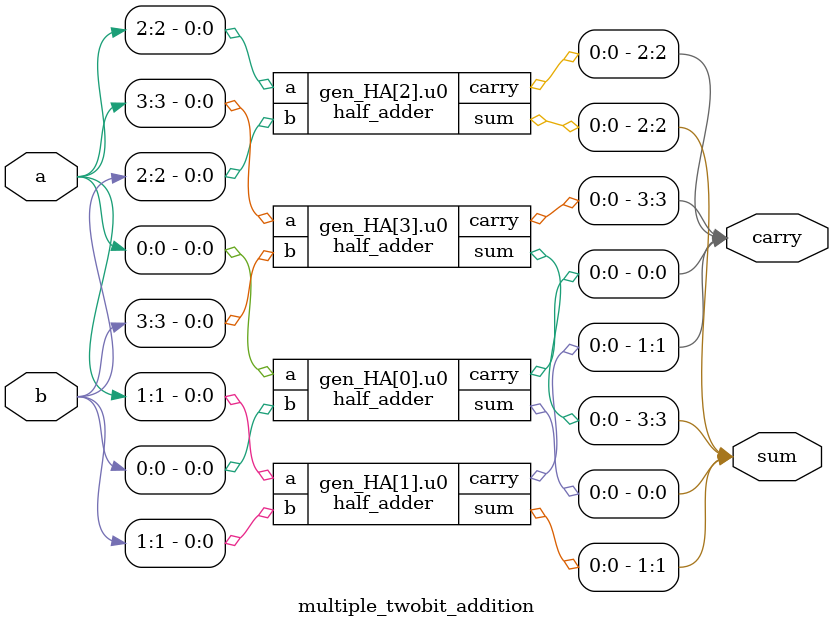
<source format=v>
`timescale 1ns / 1ps
module half_adder(input a, b, output sum, carry);
assign sum = a ^ b;
assign carry = a & b;
endmodule

module multiple_twobit_addition 
											#(parameter N=4)
											( input [N-1:0] a, b,
											  output [N-1:0] sum, carry);
										

genvar i;

generate
	for (i = 0; i < N; i = i + 1) 
	begin : gen_HA
		half_adder u0 (a[i], b[i], sum[i],carry[i]);
	end	

endgenerate

endmodule

</source>
